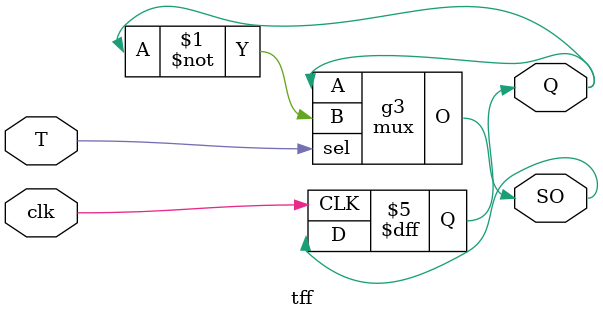
<source format=v>
module mux(input A, B, sel, output O);
    assign O = (sel) ? B : A; 
endmodule

module tff(T,clk,Q,SO);
 input T ,clk;
 output reg Q = 1'b1;
 output SO;//SO IS CORRECT OUTPUT
 mux g3(Q,~Q,T,SO);
 always @(posedge clk)
 begin
    Q<=SO;
 end
endmodule 

</source>
